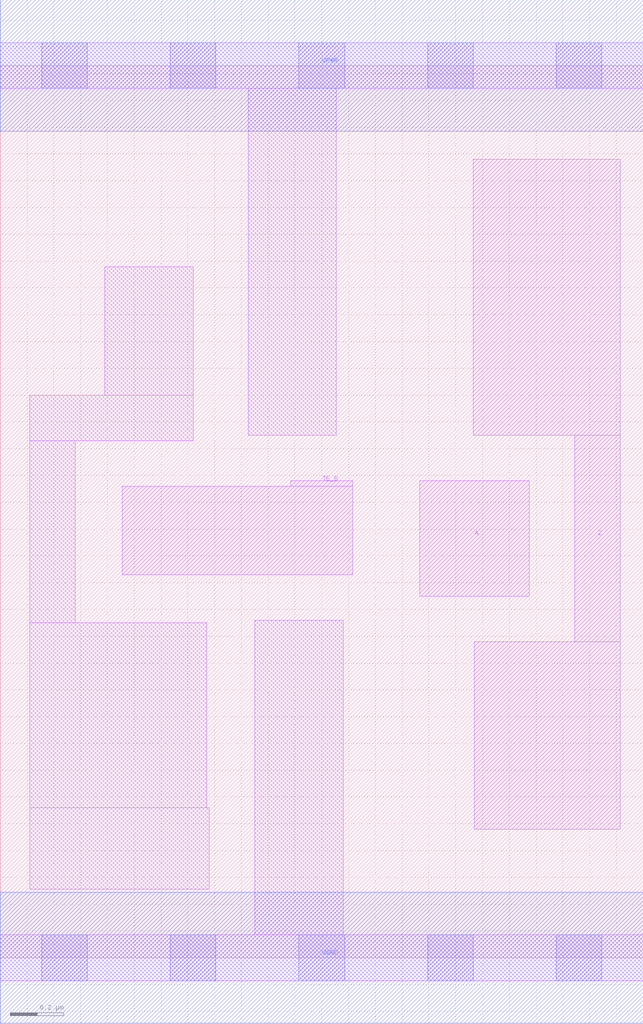
<source format=lef>
# Copyright 2020 The SkyWater PDK Authors
#
# Licensed under the Apache License, Version 2.0 (the "License");
# you may not use this file except in compliance with the License.
# You may obtain a copy of the License at
#
#     https://www.apache.org/licenses/LICENSE-2.0
#
# Unless required by applicable law or agreed to in writing, software
# distributed under the License is distributed on an "AS IS" BASIS,
# WITHOUT WARRANTIES OR CONDITIONS OF ANY KIND, either express or implied.
# See the License for the specific language governing permissions and
# limitations under the License.
#
# SPDX-License-Identifier: Apache-2.0

VERSION 5.5 ;
NAMESCASESENSITIVE ON ;
BUSBITCHARS "[]" ;
DIVIDERCHAR "/" ;
MACRO sky130_fd_sc_ls__einvn_1
  CLASS CORE ;
  SOURCE USER ;
  ORIGIN  0.000000  0.000000 ;
  SIZE  2.400000 BY  3.330000 ;
  SYMMETRY X Y ;
  SITE unit ;
  PIN A
    ANTENNAGATEAREA  0.279000 ;
    DIRECTION INPUT ;
    USE SIGNAL ;
    PORT
      LAYER li1 ;
        RECT 1.565000 1.350000 1.975000 1.780000 ;
    END
  END A
  PIN TE_B
    ANTENNAGATEAREA  0.327000 ;
    DIRECTION INPUT ;
    USE SIGNAL ;
    PORT
      LAYER li1 ;
        RECT 0.455000 1.430000 1.315000 1.760000 ;
        RECT 1.085000 1.760000 1.315000 1.780000 ;
    END
  END TE_B
  PIN Z
    ANTENNADIFFAREA  0.541300 ;
    DIRECTION OUTPUT ;
    USE SIGNAL ;
    PORT
      LAYER li1 ;
        RECT 1.765000 1.950000 2.315000 2.980000 ;
        RECT 1.770000 0.480000 2.315000 1.180000 ;
        RECT 2.145000 1.180000 2.315000 1.950000 ;
    END
  END Z
  PIN VGND
    DIRECTION INOUT ;
    SHAPE ABUTMENT ;
    USE GROUND ;
    PORT
      LAYER met1 ;
        RECT 0.000000 -0.245000 2.400000 0.245000 ;
    END
  END VGND
  PIN VNB
    DIRECTION INOUT ;
    USE GROUND ;
    PORT
    END
  END VNB
  PIN VPB
    DIRECTION INOUT ;
    USE POWER ;
    PORT
    END
  END VPB
  PIN VPWR
    DIRECTION INOUT ;
    SHAPE ABUTMENT ;
    USE POWER ;
    PORT
      LAYER met1 ;
        RECT 0.000000 3.085000 2.400000 3.575000 ;
    END
  END VPWR
  OBS
    LAYER li1 ;
      RECT 0.000000 -0.085000 2.400000 0.085000 ;
      RECT 0.000000  3.245000 2.400000 3.415000 ;
      RECT 0.110000  0.255000 0.780000 0.560000 ;
      RECT 0.110000  0.560000 0.770000 1.250000 ;
      RECT 0.110000  1.250000 0.280000 1.930000 ;
      RECT 0.110000  1.930000 0.720000 2.100000 ;
      RECT 0.390000  2.100000 0.720000 2.580000 ;
      RECT 0.925000  1.950000 1.255000 3.245000 ;
      RECT 0.950000  0.085000 1.280000 1.260000 ;
    LAYER mcon ;
      RECT 0.155000 -0.085000 0.325000 0.085000 ;
      RECT 0.155000  3.245000 0.325000 3.415000 ;
      RECT 0.635000 -0.085000 0.805000 0.085000 ;
      RECT 0.635000  3.245000 0.805000 3.415000 ;
      RECT 1.115000 -0.085000 1.285000 0.085000 ;
      RECT 1.115000  3.245000 1.285000 3.415000 ;
      RECT 1.595000 -0.085000 1.765000 0.085000 ;
      RECT 1.595000  3.245000 1.765000 3.415000 ;
      RECT 2.075000 -0.085000 2.245000 0.085000 ;
      RECT 2.075000  3.245000 2.245000 3.415000 ;
  END
END sky130_fd_sc_ls__einvn_1
END LIBRARY

</source>
